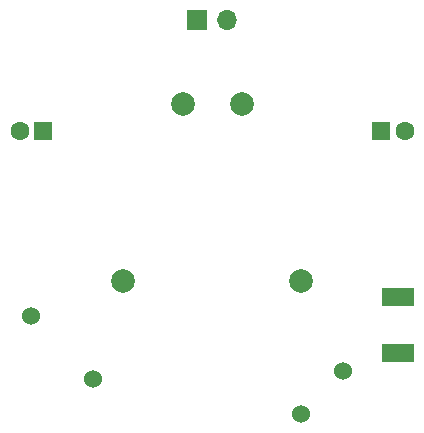
<source format=gts>
%TF.GenerationSoftware,KiCad,Pcbnew,(5.1.9-0-10_14)*%
%TF.CreationDate,2024-01-23T16:21:58+01:00*%
%TF.ProjectId,mains-psu,6d61696e-732d-4707-9375-2e6b69636164,rev?*%
%TF.SameCoordinates,Original*%
%TF.FileFunction,Soldermask,Top*%
%TF.FilePolarity,Negative*%
%FSLAX46Y46*%
G04 Gerber Fmt 4.6, Leading zero omitted, Abs format (unit mm)*
G04 Created by KiCad (PCBNEW (5.1.9-0-10_14)) date 2024-01-23 16:21:58*
%MOMM*%
%LPD*%
G01*
G04 APERTURE LIST*
%ADD10C,1.600000*%
%ADD11R,1.600000X1.600000*%
%ADD12R,2.700000X1.500000*%
%ADD13C,2.000000*%
%ADD14C,1.524000*%
%ADD15O,1.700000X1.700000*%
%ADD16R,1.700000X1.700000*%
G04 APERTURE END LIST*
D10*
%TO.C,C2*%
X16300000Y9000000D03*
D11*
X14300000Y9000000D03*
%TD*%
D12*
%TO.C,D1*%
X15700000Y-9800000D03*
X15700000Y-5000000D03*
%TD*%
D13*
%TO.C,U1*%
X7500000Y-3700000D03*
X-7500000Y-3700000D03*
X-2500000Y11300000D03*
X2500000Y11300000D03*
%TD*%
D14*
%TO.C,RV1*%
X-10048350Y-11951650D03*
X-15351650Y-6648350D03*
%TD*%
%TO.C,F1*%
X7503949Y-14896051D03*
X11096051Y-11303949D03*
%TD*%
D15*
%TO.C,J3*%
X1270000Y18400000D03*
D16*
X-1270000Y18400000D03*
%TD*%
D10*
%TO.C,C1*%
X-16300000Y9000000D03*
D11*
X-14300000Y9000000D03*
%TD*%
M02*

</source>
